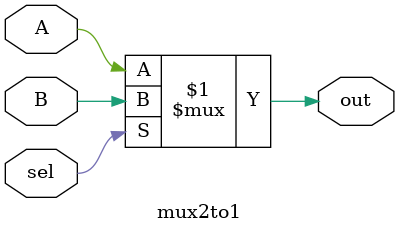
<source format=v>
module mux2to1(
input A,
input B,
input sel,
output out
);

assign out=sel?B:A;

endmodule

</source>
